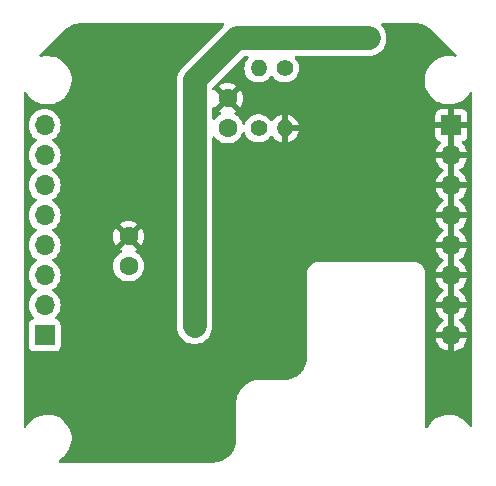
<source format=gbr>
%TF.GenerationSoftware,KiCad,Pcbnew,7.0.11*%
%TF.CreationDate,2025-01-11T05:46:01+09:00*%
%TF.ProjectId,VoltageBooster,566f6c74-6167-4654-926f-6f737465722e,rev?*%
%TF.SameCoordinates,Original*%
%TF.FileFunction,Copper,L2,Bot*%
%TF.FilePolarity,Positive*%
%FSLAX46Y46*%
G04 Gerber Fmt 4.6, Leading zero omitted, Abs format (unit mm)*
G04 Created by KiCad (PCBNEW 7.0.11) date 2025-01-11 05:46:01*
%MOMM*%
%LPD*%
G01*
G04 APERTURE LIST*
%TA.AperFunction,ComponentPad*%
%ADD10C,1.400000*%
%TD*%
%TA.AperFunction,ComponentPad*%
%ADD11O,1.400000X1.400000*%
%TD*%
%TA.AperFunction,ComponentPad*%
%ADD12R,1.700000X1.700000*%
%TD*%
%TA.AperFunction,ComponentPad*%
%ADD13O,1.700000X1.700000*%
%TD*%
%TA.AperFunction,ComponentPad*%
%ADD14C,1.600000*%
%TD*%
%TA.AperFunction,ViaPad*%
%ADD15C,0.800000*%
%TD*%
%TA.AperFunction,Conductor*%
%ADD16C,2.000000*%
%TD*%
G04 APERTURE END LIST*
D10*
%TO.P,R2,1*%
%TO.N,Net-(VR1-FB)*%
X155448000Y-85344000D03*
D11*
%TO.P,R2,2*%
%TO.N,GND*%
X155448000Y-90424000D03*
%TD*%
D12*
%TO.P,J2,1,Pin_1*%
%TO.N,+12V*%
X135128000Y-107950000D03*
D13*
%TO.P,J2,2,Pin_2*%
X135128000Y-105410000D03*
%TO.P,J2,3,Pin_3*%
X135128000Y-102870000D03*
%TO.P,J2,4,Pin_4*%
X135128000Y-100330000D03*
%TO.P,J2,5,Pin_5*%
%TO.N,unconnected-(J2-Pin_5-Pad5)*%
X135128000Y-97790000D03*
%TO.P,J2,6,Pin_6*%
%TO.N,+48V*%
X135128000Y-95250000D03*
%TO.P,J2,7,Pin_7*%
X135128000Y-92710000D03*
%TO.P,J2,8,Pin_8*%
X135128000Y-90170000D03*
%TD*%
D14*
%TO.P,C3,1*%
%TO.N,+48V*%
X150622000Y-90404000D03*
%TO.P,C3,2*%
%TO.N,GND*%
X150622000Y-87904000D03*
%TD*%
D12*
%TO.P,J1,1,Pin_1*%
%TO.N,GND*%
X169570000Y-90170000D03*
D13*
%TO.P,J1,2,Pin_2*%
X169570000Y-92710000D03*
%TO.P,J1,3,Pin_3*%
X169570000Y-95250000D03*
%TO.P,J1,4,Pin_4*%
X169570000Y-97790000D03*
%TO.P,J1,5,Pin_5*%
X169570000Y-100330000D03*
%TO.P,J1,6,Pin_6*%
X169570000Y-102870000D03*
%TO.P,J1,7,Pin_7*%
X169570000Y-105410000D03*
%TO.P,J1,8,Pin_8*%
X169570000Y-107950000D03*
%TD*%
D14*
%TO.P,C2,1*%
%TO.N,+12V*%
X142240000Y-102088000D03*
%TO.P,C2,2*%
%TO.N,GND*%
X142240000Y-99588000D03*
%TD*%
D10*
%TO.P,R1,1*%
%TO.N,+48V*%
X153238000Y-90429000D03*
D11*
%TO.P,R1,2*%
%TO.N,Net-(VR1-FB)*%
X153238000Y-85349000D03*
%TD*%
D15*
%TO.N,GND*%
X147066000Y-112522000D03*
X141986000Y-112522000D03*
X169310000Y-111980000D03*
X170670000Y-110020000D03*
X170760000Y-114310000D03*
X167890000Y-114290000D03*
X167900000Y-109260000D03*
X167770000Y-102190000D03*
X164230000Y-84090000D03*
X164460000Y-82140000D03*
X168630000Y-83710000D03*
X170860000Y-88460000D03*
X167790000Y-88670000D03*
X167560000Y-90700000D03*
X164440000Y-90710000D03*
X157820000Y-87990000D03*
X157260000Y-90440000D03*
X161130000Y-90730000D03*
X155420000Y-87820000D03*
X153210000Y-87810000D03*
X151340000Y-86000000D03*
X143530000Y-83230000D03*
X140890000Y-86760000D03*
X137710000Y-88100000D03*
X137970000Y-82930000D03*
X148990000Y-82210000D03*
X145780000Y-88030000D03*
X145000000Y-99320000D03*
X140180000Y-99430000D03*
X137200000Y-98610000D03*
X145542000Y-109728000D03*
X150114000Y-109590000D03*
X149880000Y-98540000D03*
X151420000Y-104570000D03*
X151560000Y-99780000D03*
X155370000Y-109760000D03*
X150622000Y-114554000D03*
X138040000Y-118030000D03*
X141900000Y-109590000D03*
X138030000Y-109690000D03*
X133940000Y-110310000D03*
%TO.N,+12V*%
X161074000Y-82804000D03*
X162560000Y-82804000D03*
X147828000Y-105410000D03*
X147828000Y-103886000D03*
X147828000Y-102362000D03*
X147828000Y-107188000D03*
X159512000Y-82804000D03*
%TD*%
D16*
%TO.N,+12V*%
X161074000Y-82804000D02*
X162560000Y-82804000D01*
X161074000Y-82804000D02*
X157988000Y-82804000D01*
X157988000Y-82804000D02*
X159512000Y-82804000D01*
X151384000Y-82804000D02*
X157988000Y-82804000D01*
X147828000Y-102362000D02*
X147828000Y-86360000D01*
X147828000Y-86360000D02*
X151384000Y-82804000D01*
X147828000Y-107188000D02*
X147828000Y-102362000D01*
%TD*%
%TA.AperFunction,Conductor*%
%TO.N,GND*%
G36*
X169820000Y-107514498D02*
G01*
X169712315Y-107465320D01*
X169605763Y-107450000D01*
X169534237Y-107450000D01*
X169427685Y-107465320D01*
X169320000Y-107514498D01*
X169320000Y-105845501D01*
X169427685Y-105894680D01*
X169534237Y-105910000D01*
X169605763Y-105910000D01*
X169712315Y-105894680D01*
X169820000Y-105845501D01*
X169820000Y-107514498D01*
G37*
%TD.AperFunction*%
%TA.AperFunction,Conductor*%
G36*
X169820000Y-104974498D02*
G01*
X169712315Y-104925320D01*
X169605763Y-104910000D01*
X169534237Y-104910000D01*
X169427685Y-104925320D01*
X169320000Y-104974498D01*
X169320000Y-103305501D01*
X169427685Y-103354680D01*
X169534237Y-103370000D01*
X169605763Y-103370000D01*
X169712315Y-103354680D01*
X169820000Y-103305501D01*
X169820000Y-104974498D01*
G37*
%TD.AperFunction*%
%TA.AperFunction,Conductor*%
G36*
X169820000Y-102434498D02*
G01*
X169712315Y-102385320D01*
X169605763Y-102370000D01*
X169534237Y-102370000D01*
X169427685Y-102385320D01*
X169320000Y-102434498D01*
X169320000Y-100765501D01*
X169427685Y-100814680D01*
X169534237Y-100830000D01*
X169605763Y-100830000D01*
X169712315Y-100814680D01*
X169820000Y-100765501D01*
X169820000Y-102434498D01*
G37*
%TD.AperFunction*%
%TA.AperFunction,Conductor*%
G36*
X169820000Y-99894498D02*
G01*
X169712315Y-99845320D01*
X169605763Y-99830000D01*
X169534237Y-99830000D01*
X169427685Y-99845320D01*
X169320000Y-99894498D01*
X169320000Y-98225501D01*
X169427685Y-98274680D01*
X169534237Y-98290000D01*
X169605763Y-98290000D01*
X169712315Y-98274680D01*
X169820000Y-98225501D01*
X169820000Y-99894498D01*
G37*
%TD.AperFunction*%
%TA.AperFunction,Conductor*%
G36*
X169820000Y-97354498D02*
G01*
X169712315Y-97305320D01*
X169605763Y-97290000D01*
X169534237Y-97290000D01*
X169427685Y-97305320D01*
X169320000Y-97354498D01*
X169320000Y-95685501D01*
X169427685Y-95734680D01*
X169534237Y-95750000D01*
X169605763Y-95750000D01*
X169712315Y-95734680D01*
X169820000Y-95685501D01*
X169820000Y-97354498D01*
G37*
%TD.AperFunction*%
%TA.AperFunction,Conductor*%
G36*
X169820000Y-94814498D02*
G01*
X169712315Y-94765320D01*
X169605763Y-94750000D01*
X169534237Y-94750000D01*
X169427685Y-94765320D01*
X169320000Y-94814498D01*
X169320000Y-93145501D01*
X169427685Y-93194680D01*
X169534237Y-93210000D01*
X169605763Y-93210000D01*
X169712315Y-93194680D01*
X169820000Y-93145501D01*
X169820000Y-94814498D01*
G37*
%TD.AperFunction*%
%TA.AperFunction,Conductor*%
G36*
X169820000Y-92274498D02*
G01*
X169712315Y-92225320D01*
X169605763Y-92210000D01*
X169534237Y-92210000D01*
X169427685Y-92225320D01*
X169320000Y-92274498D01*
X169320000Y-90605501D01*
X169427685Y-90654680D01*
X169534237Y-90670000D01*
X169605763Y-90670000D01*
X169712315Y-90654680D01*
X169820000Y-90605501D01*
X169820000Y-92274498D01*
G37*
%TD.AperFunction*%
%TA.AperFunction,Conductor*%
G36*
X150299459Y-81551758D02*
G01*
X150345214Y-81604562D01*
X150355158Y-81673720D01*
X150326133Y-81737276D01*
X150316404Y-81747301D01*
X150276267Y-81784250D01*
X150276255Y-81784263D01*
X150261833Y-81802792D01*
X150251664Y-81814307D01*
X146838306Y-85227664D01*
X146826794Y-85237832D01*
X146808255Y-85252262D01*
X146746776Y-85319045D01*
X146743231Y-85322739D01*
X146723104Y-85342865D01*
X146723094Y-85342877D01*
X146704689Y-85364608D01*
X146701298Y-85368448D01*
X146639838Y-85435211D01*
X146639835Y-85435214D01*
X146626994Y-85454870D01*
X146617813Y-85467183D01*
X146602635Y-85485104D01*
X146556174Y-85563074D01*
X146553462Y-85567417D01*
X146503829Y-85643389D01*
X146503824Y-85643397D01*
X146494397Y-85664889D01*
X146487367Y-85678546D01*
X146475348Y-85698716D01*
X146475343Y-85698726D01*
X146442347Y-85783288D01*
X146440386Y-85788021D01*
X146403937Y-85871118D01*
X146403935Y-85871123D01*
X146398169Y-85893890D01*
X146393484Y-85908515D01*
X146384953Y-85930379D01*
X146384948Y-85930395D01*
X146366324Y-86019211D01*
X146365170Y-86024201D01*
X146342892Y-86112175D01*
X146342890Y-86112186D01*
X146340952Y-86135577D01*
X146338737Y-86150778D01*
X146333920Y-86173750D01*
X146333919Y-86173763D01*
X146330168Y-86264440D01*
X146329851Y-86269550D01*
X146327500Y-86297934D01*
X146327500Y-86326402D01*
X146327394Y-86331526D01*
X146323642Y-86422219D01*
X146326548Y-86445526D01*
X146327500Y-86460863D01*
X146327500Y-107250077D01*
X146342890Y-107435813D01*
X146342892Y-107435824D01*
X146403936Y-107676881D01*
X146503826Y-107904606D01*
X146639833Y-108112782D01*
X146639836Y-108112785D01*
X146808256Y-108295738D01*
X147004491Y-108448474D01*
X147223190Y-108566828D01*
X147458386Y-108647571D01*
X147703665Y-108688500D01*
X147952335Y-108688500D01*
X148197614Y-108647571D01*
X148432810Y-108566828D01*
X148651509Y-108448474D01*
X148847744Y-108295738D01*
X149016164Y-108112785D01*
X149152173Y-107904607D01*
X149252063Y-107676881D01*
X149313108Y-107435821D01*
X149328500Y-107250067D01*
X149328500Y-102299933D01*
X149328500Y-91217321D01*
X149348185Y-91150282D01*
X149400989Y-91104527D01*
X149470147Y-91094583D01*
X149533703Y-91123608D01*
X149554074Y-91146196D01*
X149576843Y-91178715D01*
X149621954Y-91243141D01*
X149782858Y-91404045D01*
X149782861Y-91404047D01*
X149969266Y-91534568D01*
X150175504Y-91630739D01*
X150395308Y-91689635D01*
X150557230Y-91703801D01*
X150621998Y-91709468D01*
X150622000Y-91709468D01*
X150622002Y-91709468D01*
X150678673Y-91704509D01*
X150848692Y-91689635D01*
X151068496Y-91630739D01*
X151274734Y-91534568D01*
X151461139Y-91404047D01*
X151622047Y-91243139D01*
X151752568Y-91056734D01*
X151848739Y-90850496D01*
X151849453Y-90847834D01*
X151859154Y-90811627D01*
X151895518Y-90751966D01*
X151958365Y-90721436D01*
X152027740Y-90729730D01*
X152081619Y-90774215D01*
X152098195Y-90809784D01*
X152113770Y-90864525D01*
X152113775Y-90864538D01*
X152212938Y-91063683D01*
X152212943Y-91063691D01*
X152347020Y-91241238D01*
X152511437Y-91391123D01*
X152511439Y-91391125D01*
X152700595Y-91508245D01*
X152700596Y-91508245D01*
X152700599Y-91508247D01*
X152908060Y-91588618D01*
X153126757Y-91629500D01*
X153126759Y-91629500D01*
X153349241Y-91629500D01*
X153349243Y-91629500D01*
X153567940Y-91588618D01*
X153775401Y-91508247D01*
X153964562Y-91391124D01*
X154128981Y-91241236D01*
X154246248Y-91085948D01*
X154302354Y-91044315D01*
X154372066Y-91039622D01*
X154433248Y-91073364D01*
X154444154Y-91085950D01*
X154557391Y-91235900D01*
X154721738Y-91385721D01*
X154910820Y-91502797D01*
X154910822Y-91502798D01*
X155118195Y-91583135D01*
X155198000Y-91598052D01*
X155198000Y-90672938D01*
X155279115Y-90736072D01*
X155389595Y-90774000D01*
X155477005Y-90774000D01*
X155563216Y-90759614D01*
X155665947Y-90704019D01*
X155693581Y-90674000D01*
X155698000Y-90674000D01*
X155698000Y-91598052D01*
X155777804Y-91583135D01*
X155985177Y-91502798D01*
X155985179Y-91502797D01*
X156174261Y-91385721D01*
X156338608Y-91235900D01*
X156465518Y-91067844D01*
X168220000Y-91067844D01*
X168226401Y-91127372D01*
X168226403Y-91127379D01*
X168276645Y-91262086D01*
X168276649Y-91262093D01*
X168362809Y-91377187D01*
X168362812Y-91377190D01*
X168477906Y-91463350D01*
X168477913Y-91463354D01*
X168609986Y-91512614D01*
X168665920Y-91554485D01*
X168690337Y-91619949D01*
X168675486Y-91688222D01*
X168654335Y-91716477D01*
X168531886Y-91838926D01*
X168396400Y-92032420D01*
X168396399Y-92032422D01*
X168296570Y-92246507D01*
X168296567Y-92246513D01*
X168239364Y-92459999D01*
X168239364Y-92460000D01*
X169136314Y-92460000D01*
X169110507Y-92500156D01*
X169070000Y-92638111D01*
X169070000Y-92781889D01*
X169110507Y-92919844D01*
X169136314Y-92960000D01*
X168239364Y-92960000D01*
X168296567Y-93173486D01*
X168296570Y-93173492D01*
X168396399Y-93387578D01*
X168531894Y-93581082D01*
X168698917Y-93748105D01*
X168885031Y-93878425D01*
X168928656Y-93933003D01*
X168935848Y-94002501D01*
X168904326Y-94064856D01*
X168885031Y-94081575D01*
X168698922Y-94211890D01*
X168698920Y-94211891D01*
X168531891Y-94378920D01*
X168531886Y-94378926D01*
X168396400Y-94572420D01*
X168396399Y-94572422D01*
X168296570Y-94786507D01*
X168296567Y-94786513D01*
X168239364Y-94999999D01*
X168239364Y-95000000D01*
X169136314Y-95000000D01*
X169110507Y-95040156D01*
X169070000Y-95178111D01*
X169070000Y-95321889D01*
X169110507Y-95459844D01*
X169136314Y-95500000D01*
X168239364Y-95500000D01*
X168296567Y-95713486D01*
X168296570Y-95713492D01*
X168396399Y-95927578D01*
X168531894Y-96121082D01*
X168698917Y-96288105D01*
X168885031Y-96418425D01*
X168928656Y-96473003D01*
X168935848Y-96542501D01*
X168904326Y-96604856D01*
X168885031Y-96621575D01*
X168698922Y-96751890D01*
X168698920Y-96751891D01*
X168531891Y-96918920D01*
X168531886Y-96918926D01*
X168396400Y-97112420D01*
X168396399Y-97112422D01*
X168296570Y-97326507D01*
X168296567Y-97326513D01*
X168239364Y-97539999D01*
X168239364Y-97540000D01*
X169136314Y-97540000D01*
X169110507Y-97580156D01*
X169070000Y-97718111D01*
X169070000Y-97861889D01*
X169110507Y-97999844D01*
X169136314Y-98040000D01*
X168239364Y-98040000D01*
X168296567Y-98253486D01*
X168296570Y-98253492D01*
X168396399Y-98467578D01*
X168531894Y-98661082D01*
X168698917Y-98828105D01*
X168885031Y-98958425D01*
X168928656Y-99013003D01*
X168935848Y-99082501D01*
X168904326Y-99144856D01*
X168885031Y-99161575D01*
X168698922Y-99291890D01*
X168698920Y-99291891D01*
X168531891Y-99458920D01*
X168531886Y-99458926D01*
X168396400Y-99652420D01*
X168396399Y-99652422D01*
X168296570Y-99866507D01*
X168296567Y-99866513D01*
X168239364Y-100079999D01*
X168239364Y-100080000D01*
X169136314Y-100080000D01*
X169110507Y-100120156D01*
X169070000Y-100258111D01*
X169070000Y-100401889D01*
X169110507Y-100539844D01*
X169136314Y-100580000D01*
X168239364Y-100580000D01*
X168296567Y-100793486D01*
X168296570Y-100793492D01*
X168396399Y-101007578D01*
X168531894Y-101201082D01*
X168698917Y-101368105D01*
X168885031Y-101498425D01*
X168928656Y-101553003D01*
X168935848Y-101622501D01*
X168904326Y-101684856D01*
X168885031Y-101701575D01*
X168698922Y-101831890D01*
X168698920Y-101831891D01*
X168531891Y-101998920D01*
X168531886Y-101998926D01*
X168396400Y-102192420D01*
X168396399Y-102192422D01*
X168296570Y-102406507D01*
X168296567Y-102406513D01*
X168239364Y-102619999D01*
X168239364Y-102620000D01*
X169136314Y-102620000D01*
X169110507Y-102660156D01*
X169070000Y-102798111D01*
X169070000Y-102941889D01*
X169110507Y-103079844D01*
X169136314Y-103120000D01*
X168239364Y-103120000D01*
X168296567Y-103333486D01*
X168296570Y-103333492D01*
X168396399Y-103547578D01*
X168531894Y-103741082D01*
X168698917Y-103908105D01*
X168885031Y-104038425D01*
X168928656Y-104093003D01*
X168935848Y-104162501D01*
X168904326Y-104224856D01*
X168885031Y-104241575D01*
X168698922Y-104371890D01*
X168698920Y-104371891D01*
X168531891Y-104538920D01*
X168531886Y-104538926D01*
X168396400Y-104732420D01*
X168396399Y-104732422D01*
X168296570Y-104946507D01*
X168296567Y-104946513D01*
X168239364Y-105159999D01*
X168239364Y-105160000D01*
X169136314Y-105160000D01*
X169110507Y-105200156D01*
X169070000Y-105338111D01*
X169070000Y-105481889D01*
X169110507Y-105619844D01*
X169136314Y-105660000D01*
X168239364Y-105660000D01*
X168296567Y-105873486D01*
X168296570Y-105873492D01*
X168396399Y-106087578D01*
X168531894Y-106281082D01*
X168698917Y-106448105D01*
X168885031Y-106578425D01*
X168928656Y-106633003D01*
X168935848Y-106702501D01*
X168904326Y-106764856D01*
X168885031Y-106781575D01*
X168698922Y-106911890D01*
X168698920Y-106911891D01*
X168531891Y-107078920D01*
X168531886Y-107078926D01*
X168396400Y-107272420D01*
X168396399Y-107272422D01*
X168296570Y-107486507D01*
X168296567Y-107486513D01*
X168239364Y-107699999D01*
X168239364Y-107700000D01*
X169136314Y-107700000D01*
X169110507Y-107740156D01*
X169070000Y-107878111D01*
X169070000Y-108021889D01*
X169110507Y-108159844D01*
X169136314Y-108200000D01*
X168239364Y-108200000D01*
X168296567Y-108413486D01*
X168296570Y-108413492D01*
X168396399Y-108627578D01*
X168531894Y-108821082D01*
X168698917Y-108988105D01*
X168892421Y-109123600D01*
X169106507Y-109223429D01*
X169106516Y-109223433D01*
X169320000Y-109280634D01*
X169320000Y-108385501D01*
X169427685Y-108434680D01*
X169534237Y-108450000D01*
X169605763Y-108450000D01*
X169712315Y-108434680D01*
X169820000Y-108385501D01*
X169820000Y-109280633D01*
X170033483Y-109223433D01*
X170033492Y-109223429D01*
X170247578Y-109123600D01*
X170441082Y-108988105D01*
X170608105Y-108821082D01*
X170743600Y-108627578D01*
X170843429Y-108413492D01*
X170843432Y-108413486D01*
X170900636Y-108200000D01*
X170003686Y-108200000D01*
X170029493Y-108159844D01*
X170070000Y-108021889D01*
X170070000Y-107878111D01*
X170029493Y-107740156D01*
X170003686Y-107700000D01*
X170900636Y-107700000D01*
X170900635Y-107699999D01*
X170843432Y-107486513D01*
X170843429Y-107486507D01*
X170743600Y-107272422D01*
X170743599Y-107272420D01*
X170608113Y-107078926D01*
X170608108Y-107078920D01*
X170441082Y-106911894D01*
X170254968Y-106781575D01*
X170211344Y-106726998D01*
X170204151Y-106657499D01*
X170235673Y-106595145D01*
X170254968Y-106578425D01*
X170441082Y-106448105D01*
X170608105Y-106281082D01*
X170743600Y-106087578D01*
X170843429Y-105873492D01*
X170843432Y-105873486D01*
X170900636Y-105660000D01*
X170003686Y-105660000D01*
X170029493Y-105619844D01*
X170070000Y-105481889D01*
X170070000Y-105338111D01*
X170029493Y-105200156D01*
X170003686Y-105160000D01*
X170900636Y-105160000D01*
X170900635Y-105159999D01*
X170843432Y-104946513D01*
X170843429Y-104946507D01*
X170743600Y-104732422D01*
X170743599Y-104732420D01*
X170608113Y-104538926D01*
X170608108Y-104538920D01*
X170441082Y-104371894D01*
X170254968Y-104241575D01*
X170211344Y-104186998D01*
X170204151Y-104117499D01*
X170235673Y-104055145D01*
X170254968Y-104038425D01*
X170441082Y-103908105D01*
X170608105Y-103741082D01*
X170743600Y-103547578D01*
X170843429Y-103333492D01*
X170843432Y-103333486D01*
X170900636Y-103120000D01*
X170003686Y-103120000D01*
X170029493Y-103079844D01*
X170070000Y-102941889D01*
X170070000Y-102798111D01*
X170029493Y-102660156D01*
X170003686Y-102620000D01*
X170900636Y-102620000D01*
X170900635Y-102619999D01*
X170843432Y-102406513D01*
X170843429Y-102406507D01*
X170743600Y-102192422D01*
X170743599Y-102192420D01*
X170608113Y-101998926D01*
X170608108Y-101998920D01*
X170441082Y-101831894D01*
X170254968Y-101701575D01*
X170211344Y-101646998D01*
X170204151Y-101577499D01*
X170235673Y-101515145D01*
X170254968Y-101498425D01*
X170441082Y-101368105D01*
X170608105Y-101201082D01*
X170743600Y-101007578D01*
X170843429Y-100793492D01*
X170843432Y-100793486D01*
X170900636Y-100580000D01*
X170003686Y-100580000D01*
X170029493Y-100539844D01*
X170070000Y-100401889D01*
X170070000Y-100258111D01*
X170029493Y-100120156D01*
X170003686Y-100080000D01*
X170900636Y-100080000D01*
X170900635Y-100079999D01*
X170843432Y-99866513D01*
X170843429Y-99866507D01*
X170743600Y-99652422D01*
X170743599Y-99652420D01*
X170608113Y-99458926D01*
X170608108Y-99458920D01*
X170441082Y-99291894D01*
X170254968Y-99161575D01*
X170211344Y-99106998D01*
X170204151Y-99037499D01*
X170235673Y-98975145D01*
X170254968Y-98958425D01*
X170441082Y-98828105D01*
X170608105Y-98661082D01*
X170743600Y-98467578D01*
X170843429Y-98253492D01*
X170843432Y-98253486D01*
X170900636Y-98040000D01*
X170003686Y-98040000D01*
X170029493Y-97999844D01*
X170070000Y-97861889D01*
X170070000Y-97718111D01*
X170029493Y-97580156D01*
X170003686Y-97540000D01*
X170900636Y-97540000D01*
X170900635Y-97539999D01*
X170843432Y-97326513D01*
X170843429Y-97326507D01*
X170743600Y-97112422D01*
X170743599Y-97112420D01*
X170608113Y-96918926D01*
X170608108Y-96918920D01*
X170441082Y-96751894D01*
X170254968Y-96621575D01*
X170211344Y-96566998D01*
X170204151Y-96497499D01*
X170235673Y-96435145D01*
X170254968Y-96418425D01*
X170441082Y-96288105D01*
X170608105Y-96121082D01*
X170743600Y-95927578D01*
X170843429Y-95713492D01*
X170843432Y-95713486D01*
X170900636Y-95500000D01*
X170003686Y-95500000D01*
X170029493Y-95459844D01*
X170070000Y-95321889D01*
X170070000Y-95178111D01*
X170029493Y-95040156D01*
X170003686Y-95000000D01*
X170900636Y-95000000D01*
X170900635Y-94999999D01*
X170843432Y-94786513D01*
X170843429Y-94786507D01*
X170743600Y-94572422D01*
X170743599Y-94572420D01*
X170608113Y-94378926D01*
X170608108Y-94378920D01*
X170441082Y-94211894D01*
X170254968Y-94081575D01*
X170211344Y-94026998D01*
X170204151Y-93957499D01*
X170235673Y-93895145D01*
X170254968Y-93878425D01*
X170441082Y-93748105D01*
X170608105Y-93581082D01*
X170743600Y-93387578D01*
X170843429Y-93173492D01*
X170843432Y-93173486D01*
X170900636Y-92960000D01*
X170003686Y-92960000D01*
X170029493Y-92919844D01*
X170070000Y-92781889D01*
X170070000Y-92638111D01*
X170029493Y-92500156D01*
X170003686Y-92460000D01*
X170900636Y-92460000D01*
X170900635Y-92459999D01*
X170843432Y-92246513D01*
X170843429Y-92246507D01*
X170743600Y-92032422D01*
X170743599Y-92032420D01*
X170608113Y-91838926D01*
X170608108Y-91838920D01*
X170485665Y-91716477D01*
X170452180Y-91655154D01*
X170457164Y-91585462D01*
X170499036Y-91529529D01*
X170530013Y-91512614D01*
X170662086Y-91463354D01*
X170662093Y-91463350D01*
X170777187Y-91377190D01*
X170777190Y-91377187D01*
X170863350Y-91262093D01*
X170863354Y-91262086D01*
X170913596Y-91127379D01*
X170913598Y-91127372D01*
X170919999Y-91067844D01*
X170920000Y-91067827D01*
X170920000Y-90420000D01*
X170003686Y-90420000D01*
X170029493Y-90379844D01*
X170070000Y-90241889D01*
X170070000Y-90098111D01*
X170029493Y-89960156D01*
X170003686Y-89920000D01*
X170920000Y-89920000D01*
X170920000Y-89272172D01*
X170919999Y-89272155D01*
X170913598Y-89212627D01*
X170913596Y-89212620D01*
X170863354Y-89077913D01*
X170863350Y-89077906D01*
X170777190Y-88962812D01*
X170777187Y-88962809D01*
X170662093Y-88876649D01*
X170662086Y-88876645D01*
X170527379Y-88826403D01*
X170527372Y-88826401D01*
X170467844Y-88820000D01*
X169820000Y-88820000D01*
X169820000Y-89734498D01*
X169712315Y-89685320D01*
X169605763Y-89670000D01*
X169534237Y-89670000D01*
X169427685Y-89685320D01*
X169320000Y-89734498D01*
X169320000Y-88820000D01*
X168672155Y-88820000D01*
X168612627Y-88826401D01*
X168612620Y-88826403D01*
X168477913Y-88876645D01*
X168477906Y-88876649D01*
X168362812Y-88962809D01*
X168362809Y-88962812D01*
X168276649Y-89077906D01*
X168276645Y-89077913D01*
X168226403Y-89212620D01*
X168226401Y-89212627D01*
X168220000Y-89272155D01*
X168220000Y-89920000D01*
X169136314Y-89920000D01*
X169110507Y-89960156D01*
X169070000Y-90098111D01*
X169070000Y-90241889D01*
X169110507Y-90379844D01*
X169136314Y-90420000D01*
X168220000Y-90420000D01*
X168220000Y-91067844D01*
X156465518Y-91067844D01*
X156472631Y-91058425D01*
X156571760Y-90859349D01*
X156624495Y-90674000D01*
X155698000Y-90674000D01*
X155693581Y-90674000D01*
X155745060Y-90618079D01*
X155791982Y-90511108D01*
X155801628Y-90394698D01*
X155772953Y-90281462D01*
X155709064Y-90183673D01*
X155616885Y-90111928D01*
X155506405Y-90074000D01*
X155418995Y-90074000D01*
X155332784Y-90088386D01*
X155230053Y-90143981D01*
X155198000Y-90178799D01*
X155198000Y-89249946D01*
X155698000Y-89249946D01*
X155698000Y-90174000D01*
X156624495Y-90174000D01*
X156571760Y-89988650D01*
X156472631Y-89789574D01*
X156338608Y-89612099D01*
X156174261Y-89462278D01*
X155985179Y-89345202D01*
X155985177Y-89345201D01*
X155777799Y-89264864D01*
X155698000Y-89249946D01*
X155198000Y-89249946D01*
X155118200Y-89264864D01*
X154910822Y-89345201D01*
X154910820Y-89345202D01*
X154721738Y-89462278D01*
X154557391Y-89612100D01*
X154440378Y-89767049D01*
X154384268Y-89808685D01*
X154314556Y-89813376D01*
X154253375Y-89779634D01*
X154242470Y-89767048D01*
X154128982Y-89616765D01*
X154128980Y-89616762D01*
X153964562Y-89466876D01*
X153964560Y-89466874D01*
X153775404Y-89349754D01*
X153775398Y-89349752D01*
X153567940Y-89269382D01*
X153349243Y-89228500D01*
X153126757Y-89228500D01*
X152908060Y-89269382D01*
X152776864Y-89320207D01*
X152700601Y-89349752D01*
X152700595Y-89349754D01*
X152511439Y-89466874D01*
X152511437Y-89466876D01*
X152347020Y-89616761D01*
X152212943Y-89794308D01*
X152212938Y-89794316D01*
X152113775Y-89993461D01*
X152113770Y-89993474D01*
X152105095Y-90023966D01*
X152067816Y-90083059D01*
X152004506Y-90112616D01*
X151935266Y-90103254D01*
X151882080Y-90057944D01*
X151866054Y-90022124D01*
X151848741Y-89957511D01*
X151848738Y-89957502D01*
X151831250Y-89920000D01*
X151752568Y-89751266D01*
X151622047Y-89564861D01*
X151622045Y-89564858D01*
X151461141Y-89403954D01*
X151274734Y-89273432D01*
X151274730Y-89273430D01*
X151259022Y-89266105D01*
X151206583Y-89219931D01*
X151187433Y-89152737D01*
X151207650Y-89085857D01*
X151259028Y-89041340D01*
X151274481Y-89034134D01*
X151347471Y-88983024D01*
X150666400Y-88301953D01*
X150747148Y-88289165D01*
X150860045Y-88231641D01*
X150949641Y-88142045D01*
X151007165Y-88029148D01*
X151019953Y-87948400D01*
X151701024Y-88629471D01*
X151752136Y-88556478D01*
X151848264Y-88350331D01*
X151848269Y-88350317D01*
X151907139Y-88130610D01*
X151907141Y-88130599D01*
X151926966Y-87904002D01*
X151926966Y-87903997D01*
X151907141Y-87677400D01*
X151907139Y-87677389D01*
X151848269Y-87457682D01*
X151848264Y-87457668D01*
X151752136Y-87251521D01*
X151752132Y-87251513D01*
X151701025Y-87178526D01*
X151019953Y-87859598D01*
X151007165Y-87778852D01*
X150949641Y-87665955D01*
X150860045Y-87576359D01*
X150747148Y-87518835D01*
X150666401Y-87506046D01*
X151347472Y-86824974D01*
X151274478Y-86773863D01*
X151068331Y-86677735D01*
X151068317Y-86677730D01*
X150848610Y-86618860D01*
X150848599Y-86618858D01*
X150622002Y-86599034D01*
X150621998Y-86599034D01*
X150395400Y-86618858D01*
X150395389Y-86618860D01*
X150175682Y-86677730D01*
X150175673Y-86677734D01*
X149969516Y-86773866D01*
X149969512Y-86773868D01*
X149896526Y-86824973D01*
X149896526Y-86824974D01*
X150577599Y-87506046D01*
X150496852Y-87518835D01*
X150383955Y-87576359D01*
X150294359Y-87665955D01*
X150236835Y-87778852D01*
X150224046Y-87859598D01*
X149542974Y-87178526D01*
X149533165Y-87179384D01*
X149499497Y-87206297D01*
X149429998Y-87213489D01*
X149367644Y-87181966D01*
X149332231Y-87121736D01*
X149328500Y-87091548D01*
X149328500Y-87032889D01*
X149348185Y-86965850D01*
X149364819Y-86945208D01*
X151969208Y-84340819D01*
X152030531Y-84307334D01*
X152056889Y-84304500D01*
X152281719Y-84304500D01*
X152348758Y-84324185D01*
X152394513Y-84376989D01*
X152404457Y-84446147D01*
X152375432Y-84509703D01*
X152365258Y-84520136D01*
X152347021Y-84536761D01*
X152212943Y-84714308D01*
X152212938Y-84714316D01*
X152113775Y-84913461D01*
X152113769Y-84913476D01*
X152052885Y-85127462D01*
X152052884Y-85127464D01*
X152032357Y-85348999D01*
X152032357Y-85349000D01*
X152052884Y-85570535D01*
X152052885Y-85570537D01*
X152113769Y-85784523D01*
X152113775Y-85784538D01*
X152212938Y-85983683D01*
X152212943Y-85983691D01*
X152347020Y-86161238D01*
X152511437Y-86311123D01*
X152511439Y-86311125D01*
X152700595Y-86428245D01*
X152700596Y-86428245D01*
X152700599Y-86428247D01*
X152908060Y-86508618D01*
X153126757Y-86549500D01*
X153126759Y-86549500D01*
X153349241Y-86549500D01*
X153349243Y-86549500D01*
X153567940Y-86508618D01*
X153775401Y-86428247D01*
X153964562Y-86311124D01*
X154128981Y-86161236D01*
X154245933Y-86006365D01*
X154302041Y-85964729D01*
X154371753Y-85960037D01*
X154432935Y-85993779D01*
X154443841Y-86006365D01*
X154557020Y-86156238D01*
X154721437Y-86306123D01*
X154721439Y-86306125D01*
X154910595Y-86423245D01*
X154910596Y-86423245D01*
X154910599Y-86423247D01*
X155118060Y-86503618D01*
X155336757Y-86544500D01*
X155336759Y-86544500D01*
X155559241Y-86544500D01*
X155559243Y-86544500D01*
X155777940Y-86503618D01*
X155985401Y-86423247D01*
X156174562Y-86306124D01*
X156333496Y-86161236D01*
X156338979Y-86156238D01*
X156343103Y-86150778D01*
X156473058Y-85978689D01*
X156572229Y-85779528D01*
X156633115Y-85565536D01*
X156653643Y-85344000D01*
X156651504Y-85320921D01*
X156633115Y-85122464D01*
X156633114Y-85122462D01*
X156625160Y-85094507D01*
X156572229Y-84908472D01*
X156558745Y-84881392D01*
X156473061Y-84709316D01*
X156473056Y-84709308D01*
X156403220Y-84616831D01*
X156338981Y-84531764D01*
X156326228Y-84520138D01*
X156289946Y-84460427D01*
X156291705Y-84390580D01*
X156330948Y-84332772D01*
X156395215Y-84305357D01*
X156409765Y-84304500D01*
X162622063Y-84304500D01*
X162622067Y-84304500D01*
X162684677Y-84299311D01*
X162807813Y-84289109D01*
X162807816Y-84289108D01*
X162807821Y-84289108D01*
X163048881Y-84228063D01*
X163276607Y-84128173D01*
X163484785Y-83992164D01*
X163667738Y-83823744D01*
X163820474Y-83627509D01*
X163938828Y-83408810D01*
X164019571Y-83173614D01*
X164060500Y-82928335D01*
X164060500Y-82679665D01*
X164019571Y-82434386D01*
X163938828Y-82199190D01*
X163820474Y-81980491D01*
X163667738Y-81784256D01*
X163667734Y-81784252D01*
X163627596Y-81747302D01*
X163591605Y-81687415D01*
X163593706Y-81617577D01*
X163633230Y-81559961D01*
X163697630Y-81532860D01*
X163711579Y-81532073D01*
X166517815Y-81532073D01*
X166523836Y-81532220D01*
X166526530Y-81532352D01*
X166526798Y-81532366D01*
X166574540Y-81535046D01*
X166575126Y-81535082D01*
X166715243Y-81544264D01*
X166719236Y-81544591D01*
X166776578Y-81550238D01*
X166785167Y-81551390D01*
X166859544Y-81564026D01*
X166862824Y-81564630D01*
X166972967Y-81586537D01*
X166976884Y-81587383D01*
X167013789Y-81595988D01*
X167019902Y-81597580D01*
X167103236Y-81621587D01*
X167108720Y-81623306D01*
X167222982Y-81662091D01*
X167226752Y-81663440D01*
X167241358Y-81668937D01*
X167245088Y-81670411D01*
X167326020Y-81703933D01*
X167329703Y-81705530D01*
X167343882Y-81711954D01*
X167347528Y-81713678D01*
X167455719Y-81767029D01*
X167460851Y-81769710D01*
X167531697Y-81808864D01*
X167536748Y-81811655D01*
X167542206Y-81814857D01*
X167574380Y-81834863D01*
X167577743Y-81837032D01*
X167671074Y-81899391D01*
X167673938Y-81901364D01*
X167735344Y-81944932D01*
X167742262Y-81950215D01*
X167786852Y-81986814D01*
X167789948Y-81989441D01*
X167897016Y-82083353D01*
X167897874Y-82084113D01*
X167928575Y-82111548D01*
X167929152Y-82112066D01*
X167933689Y-82116179D01*
X167938075Y-82120356D01*
X168991335Y-83173616D01*
X169970768Y-84153048D01*
X170004253Y-84214371D01*
X169999269Y-84284063D01*
X169957397Y-84339996D01*
X169891933Y-84364413D01*
X169848909Y-84359926D01*
X169841833Y-84357897D01*
X169777364Y-84339411D01*
X169777360Y-84339410D01*
X169777355Y-84339409D01*
X169493389Y-84299500D01*
X169493385Y-84299500D01*
X169278396Y-84299500D01*
X169278383Y-84299500D01*
X169063925Y-84314497D01*
X169063921Y-84314497D01*
X168783427Y-84374119D01*
X168513954Y-84472199D01*
X168260752Y-84606827D01*
X168260745Y-84606832D01*
X168028753Y-84775383D01*
X168028746Y-84775389D01*
X167822459Y-84974599D01*
X167645907Y-85200574D01*
X167502525Y-85448920D01*
X167502519Y-85448932D01*
X167395097Y-85714811D01*
X167350448Y-85893890D01*
X167325721Y-85993065D01*
X167309145Y-86150778D01*
X167295744Y-86278274D01*
X167305752Y-86564855D01*
X167305753Y-86564862D01*
X167355549Y-86847269D01*
X167355550Y-86847273D01*
X167444168Y-87120010D01*
X167569874Y-87377745D01*
X167569877Y-87377749D01*
X167569879Y-87377753D01*
X167730238Y-87615496D01*
X167739242Y-87625496D01*
X167922120Y-87828603D01*
X167922127Y-87828610D01*
X168141797Y-88012936D01*
X168141801Y-88012939D01*
X168141803Y-88012940D01*
X168384998Y-88164905D01*
X168504823Y-88218255D01*
X168646962Y-88281540D01*
X168646967Y-88281541D01*
X168646975Y-88281545D01*
X168922636Y-88360589D01*
X168922641Y-88360589D01*
X168922646Y-88360591D01*
X169111955Y-88387196D01*
X169206610Y-88400499D01*
X169206612Y-88400500D01*
X169206615Y-88400500D01*
X169421592Y-88400500D01*
X169421604Y-88400500D01*
X169636071Y-88385503D01*
X169636076Y-88385502D01*
X169636078Y-88385502D01*
X169757663Y-88359657D01*
X169916575Y-88325880D01*
X170186050Y-88227799D01*
X170439253Y-88093169D01*
X170671254Y-87924610D01*
X170877539Y-87725403D01*
X171054093Y-87499425D01*
X171118113Y-87388537D01*
X171168679Y-87340323D01*
X171237286Y-87327099D01*
X171302151Y-87353067D01*
X171342680Y-87409981D01*
X171349500Y-87450538D01*
X171349500Y-115602252D01*
X171329815Y-115669291D01*
X171277011Y-115715046D01*
X171207853Y-115724990D01*
X171144297Y-115695965D01*
X171122699Y-115671592D01*
X171099219Y-115636782D01*
X170989762Y-115474504D01*
X170797875Y-115261392D01*
X170797872Y-115261389D01*
X170578202Y-115077063D01*
X170335006Y-114925097D01*
X170335004Y-114925096D01*
X170073037Y-114808459D01*
X170073027Y-114808456D01*
X170073025Y-114808455D01*
X169797364Y-114729411D01*
X169797362Y-114729410D01*
X169797353Y-114729408D01*
X169513389Y-114689500D01*
X169513385Y-114689500D01*
X169298396Y-114689500D01*
X169298383Y-114689500D01*
X169083925Y-114704497D01*
X169083921Y-114704497D01*
X168803427Y-114764119D01*
X168533954Y-114862199D01*
X168280752Y-114996827D01*
X168280745Y-114996832D01*
X168048753Y-115165383D01*
X168048746Y-115165389D01*
X167842459Y-115364599D01*
X167665907Y-115590574D01*
X167581887Y-115736102D01*
X167531320Y-115784318D01*
X167462713Y-115797541D01*
X167397848Y-115771573D01*
X167357320Y-115714658D01*
X167350500Y-115674102D01*
X167350500Y-102896418D01*
X167352351Y-102890110D01*
X167350537Y-102816195D01*
X167350500Y-102813151D01*
X167350500Y-102796561D01*
X167350533Y-102796445D01*
X167350531Y-102740734D01*
X167350529Y-102657635D01*
X167320125Y-102485228D01*
X167260244Y-102320721D01*
X167172707Y-102169110D01*
X167060174Y-102035003D01*
X166926064Y-101922474D01*
X166774450Y-101834942D01*
X166774440Y-101834937D01*
X166609944Y-101775067D01*
X166609941Y-101775066D01*
X166437537Y-101744668D01*
X166437533Y-101744668D01*
X166350099Y-101744668D01*
X166281970Y-101744668D01*
X166278923Y-101744631D01*
X166207187Y-101742867D01*
X166198662Y-101744668D01*
X158501242Y-101744668D01*
X158494934Y-101742816D01*
X158421024Y-101744631D01*
X158417980Y-101744668D01*
X158337959Y-101744668D01*
X158337632Y-101744700D01*
X158262466Y-101744700D01*
X158090065Y-101775098D01*
X158090064Y-101775098D01*
X157925572Y-101834966D01*
X157925562Y-101834971D01*
X157773957Y-101922498D01*
X157639846Y-102035026D01*
X157527318Y-102169128D01*
X157439787Y-102320729D01*
X157439785Y-102320733D01*
X157379907Y-102485232D01*
X157349501Y-102657639D01*
X157349500Y-102745070D01*
X157349500Y-102813089D01*
X157349463Y-102816127D01*
X157347705Y-102887817D01*
X157349500Y-102896305D01*
X157349500Y-109736377D01*
X157349480Y-109738605D01*
X157349402Y-109742946D01*
X157349244Y-109747351D01*
X157348783Y-109755957D01*
X157348696Y-109757433D01*
X157344039Y-109828491D01*
X157343988Y-109829226D01*
X157334906Y-109956242D01*
X157334512Y-109960650D01*
X157327592Y-110025030D01*
X157326332Y-110033794D01*
X157320982Y-110063448D01*
X157320570Y-110065622D01*
X157307071Y-110133491D01*
X157306620Y-110135657D01*
X157284662Y-110236604D01*
X157283643Y-110240914D01*
X157269309Y-110297075D01*
X157266581Y-110306266D01*
X157233797Y-110402848D01*
X157232560Y-110406323D01*
X157195039Y-110506926D01*
X157193418Y-110511045D01*
X157176363Y-110552221D01*
X157173014Y-110559613D01*
X157125571Y-110655820D01*
X157123191Y-110660402D01*
X157067853Y-110761750D01*
X157065660Y-110765602D01*
X157050252Y-110791569D01*
X157046715Y-110797182D01*
X156984395Y-110890452D01*
X156980560Y-110895871D01*
X156905699Y-110995877D01*
X156902981Y-110999376D01*
X156894225Y-111010241D01*
X156890904Y-111014191D01*
X156812878Y-111103164D01*
X156807331Y-111109086D01*
X156713911Y-111202508D01*
X156707989Y-111208056D01*
X156619021Y-111286080D01*
X156615068Y-111289403D01*
X156604189Y-111298170D01*
X156600692Y-111300886D01*
X156500696Y-111375742D01*
X156495277Y-111379577D01*
X156402014Y-111441894D01*
X156396399Y-111445432D01*
X156370403Y-111460857D01*
X156366555Y-111463049D01*
X156265231Y-111518377D01*
X156260648Y-111520757D01*
X156164463Y-111568191D01*
X156157070Y-111571540D01*
X156115859Y-111588610D01*
X156111741Y-111590231D01*
X156011139Y-111627754D01*
X156007664Y-111628991D01*
X155911104Y-111661769D01*
X155901912Y-111664498D01*
X155845714Y-111678842D01*
X155841405Y-111679860D01*
X155740484Y-111701814D01*
X155738319Y-111702265D01*
X155670645Y-111715727D01*
X155668467Y-111716140D01*
X155638635Y-111721522D01*
X155629864Y-111722783D01*
X155565434Y-111729704D01*
X155561022Y-111730098D01*
X155430177Y-111739441D01*
X155429454Y-111739491D01*
X155364666Y-111743737D01*
X155363195Y-111743824D01*
X155352190Y-111744414D01*
X155347775Y-111744572D01*
X155345708Y-111744609D01*
X155343508Y-111744648D01*
X155341314Y-111744668D01*
X153337959Y-111744668D01*
X153337632Y-111744700D01*
X153218882Y-111744700D01*
X153218876Y-111744700D01*
X153218872Y-111744701D01*
X152958898Y-111778927D01*
X152958891Y-111778928D01*
X152958888Y-111778929D01*
X152705587Y-111846800D01*
X152705577Y-111846803D01*
X152463318Y-111947150D01*
X152463313Y-111947152D01*
X152236211Y-112078267D01*
X152236207Y-112078270D01*
X152028162Y-112237906D01*
X152028155Y-112237912D01*
X151842733Y-112423330D01*
X151842726Y-112423339D01*
X151683090Y-112631377D01*
X151683086Y-112631383D01*
X151551966Y-112858485D01*
X151551960Y-112858495D01*
X151451611Y-113100752D01*
X151451607Y-113100761D01*
X151383737Y-113354046D01*
X151383734Y-113354062D01*
X151349502Y-113614042D01*
X151349501Y-113614055D01*
X151349500Y-113745069D01*
X151349500Y-116723792D01*
X151349480Y-116726026D01*
X151349402Y-116730354D01*
X151349244Y-116734763D01*
X151348781Y-116743393D01*
X151348694Y-116744859D01*
X151344032Y-116815998D01*
X151343981Y-116816734D01*
X151334905Y-116943653D01*
X151334511Y-116948061D01*
X151327589Y-117012455D01*
X151326328Y-117021221D01*
X151320990Y-117050804D01*
X151320579Y-117052975D01*
X151307059Y-117120949D01*
X151306608Y-117123115D01*
X151284662Y-117224007D01*
X151283643Y-117228319D01*
X151269308Y-117284479D01*
X151266580Y-117293668D01*
X151233789Y-117390270D01*
X151232551Y-117393746D01*
X151195040Y-117494319D01*
X151193420Y-117498436D01*
X151176353Y-117539642D01*
X151173003Y-117547036D01*
X151125567Y-117643226D01*
X151123188Y-117647807D01*
X151067862Y-117749134D01*
X151065669Y-117752986D01*
X151050249Y-117778973D01*
X151046712Y-117784586D01*
X150984389Y-117877861D01*
X150980554Y-117883281D01*
X150905705Y-117983269D01*
X150902987Y-117986768D01*
X150894206Y-117997664D01*
X150890885Y-118001613D01*
X150812877Y-118090565D01*
X150807330Y-118096488D01*
X150713901Y-118189918D01*
X150707978Y-118195465D01*
X150619015Y-118273484D01*
X150615066Y-118276804D01*
X150604184Y-118285574D01*
X150600684Y-118288293D01*
X150500688Y-118363149D01*
X150495269Y-118366984D01*
X150402001Y-118429304D01*
X150396386Y-118432842D01*
X150370422Y-118448248D01*
X150366572Y-118450441D01*
X150265216Y-118505784D01*
X150260634Y-118508163D01*
X150164456Y-118555593D01*
X150157068Y-118558941D01*
X150115863Y-118576010D01*
X150111741Y-118577632D01*
X150011146Y-118615152D01*
X150007671Y-118616389D01*
X149911102Y-118649170D01*
X149901910Y-118651899D01*
X149845712Y-118666243D01*
X149841403Y-118667261D01*
X149740518Y-118689207D01*
X149738352Y-118689658D01*
X149670555Y-118703144D01*
X149668379Y-118703557D01*
X149638625Y-118708925D01*
X149629859Y-118710185D01*
X149565477Y-118717104D01*
X149561066Y-118717499D01*
X149432111Y-118726715D01*
X149431381Y-118726765D01*
X149363449Y-118731217D01*
X149361979Y-118731304D01*
X149352187Y-118731829D01*
X149347775Y-118731987D01*
X149345680Y-118732024D01*
X149343456Y-118732064D01*
X149341261Y-118732084D01*
X136440835Y-118732084D01*
X136373796Y-118712399D01*
X136328041Y-118659595D01*
X136318097Y-118590437D01*
X136347122Y-118526881D01*
X136382621Y-118498598D01*
X136420358Y-118478532D01*
X136449253Y-118463169D01*
X136681254Y-118294610D01*
X136887539Y-118095403D01*
X137064093Y-117869425D01*
X137207477Y-117621075D01*
X137314903Y-117355187D01*
X137384279Y-117076935D01*
X137414255Y-116791736D01*
X137412265Y-116734763D01*
X137404247Y-116505144D01*
X137404246Y-116505137D01*
X137354450Y-116222728D01*
X137265833Y-115949994D01*
X137211661Y-115838925D01*
X137140125Y-115692254D01*
X137140123Y-115692251D01*
X137140121Y-115692247D01*
X136979762Y-115454504D01*
X136805883Y-115261392D01*
X136787879Y-115241396D01*
X136787872Y-115241389D01*
X136568202Y-115057063D01*
X136325006Y-114905097D01*
X136325004Y-114905096D01*
X136063037Y-114788459D01*
X136063027Y-114788456D01*
X136063025Y-114788455D01*
X135787364Y-114709411D01*
X135787362Y-114709410D01*
X135787353Y-114709408D01*
X135503389Y-114669500D01*
X135503385Y-114669500D01*
X135288396Y-114669500D01*
X135288383Y-114669500D01*
X135073925Y-114684497D01*
X135073921Y-114684497D01*
X134793427Y-114744119D01*
X134523954Y-114842199D01*
X134270752Y-114976827D01*
X134270745Y-114976832D01*
X134038753Y-115145383D01*
X134038746Y-115145389D01*
X133832459Y-115344599D01*
X133655907Y-115570574D01*
X133581887Y-115698782D01*
X133531320Y-115746997D01*
X133462713Y-115760221D01*
X133397849Y-115734253D01*
X133357320Y-115677339D01*
X133350500Y-115636782D01*
X133350500Y-105410000D01*
X133772341Y-105410000D01*
X133792936Y-105645403D01*
X133792938Y-105645413D01*
X133854094Y-105873655D01*
X133854096Y-105873659D01*
X133854097Y-105873663D01*
X133953847Y-106087578D01*
X133953965Y-106087830D01*
X133953967Y-106087834D01*
X134062281Y-106242521D01*
X134089501Y-106281396D01*
X134089506Y-106281402D01*
X134211430Y-106403326D01*
X134244915Y-106464649D01*
X134239931Y-106534341D01*
X134198059Y-106590274D01*
X134167083Y-106607189D01*
X134035669Y-106656203D01*
X134035664Y-106656206D01*
X133920455Y-106742452D01*
X133920452Y-106742455D01*
X133834206Y-106857664D01*
X133834202Y-106857671D01*
X133783908Y-106992517D01*
X133777501Y-107052116D01*
X133777501Y-107052123D01*
X133777500Y-107052135D01*
X133777500Y-108847870D01*
X133777501Y-108847876D01*
X133783908Y-108907483D01*
X133834202Y-109042328D01*
X133834206Y-109042335D01*
X133920452Y-109157544D01*
X133920455Y-109157547D01*
X134035664Y-109243793D01*
X134035671Y-109243797D01*
X134170517Y-109294091D01*
X134170516Y-109294091D01*
X134177444Y-109294835D01*
X134230127Y-109300500D01*
X136025872Y-109300499D01*
X136085483Y-109294091D01*
X136220331Y-109243796D01*
X136335546Y-109157546D01*
X136421796Y-109042331D01*
X136472091Y-108907483D01*
X136478500Y-108847873D01*
X136478499Y-107052128D01*
X136472091Y-106992517D01*
X136442019Y-106911891D01*
X136421797Y-106857671D01*
X136421793Y-106857664D01*
X136335547Y-106742455D01*
X136335544Y-106742452D01*
X136220335Y-106656206D01*
X136220328Y-106656202D01*
X136088917Y-106607189D01*
X136032983Y-106565318D01*
X136008566Y-106499853D01*
X136023418Y-106431580D01*
X136044563Y-106403332D01*
X136166495Y-106281401D01*
X136302035Y-106087830D01*
X136401903Y-105873663D01*
X136463063Y-105645408D01*
X136483659Y-105410000D01*
X136463063Y-105174592D01*
X136401903Y-104946337D01*
X136302035Y-104732171D01*
X136166495Y-104538599D01*
X136166494Y-104538597D01*
X135999402Y-104371506D01*
X135999396Y-104371501D01*
X135813842Y-104241575D01*
X135770217Y-104186998D01*
X135763023Y-104117500D01*
X135794546Y-104055145D01*
X135813842Y-104038425D01*
X135836026Y-104022891D01*
X135999401Y-103908495D01*
X136166495Y-103741401D01*
X136302035Y-103547830D01*
X136401903Y-103333663D01*
X136463063Y-103105408D01*
X136483659Y-102870000D01*
X136463063Y-102634592D01*
X136401903Y-102406337D01*
X136302035Y-102192171D01*
X136285901Y-102169128D01*
X136229095Y-102088001D01*
X140934532Y-102088001D01*
X140954364Y-102314686D01*
X140954366Y-102314697D01*
X141013258Y-102534488D01*
X141013261Y-102534497D01*
X141109431Y-102740732D01*
X141109432Y-102740734D01*
X141239954Y-102927141D01*
X141400858Y-103088045D01*
X141400861Y-103088047D01*
X141587266Y-103218568D01*
X141793504Y-103314739D01*
X142013308Y-103373635D01*
X142175230Y-103387801D01*
X142239998Y-103393468D01*
X142240000Y-103393468D01*
X142240002Y-103393468D01*
X142296673Y-103388509D01*
X142466692Y-103373635D01*
X142686496Y-103314739D01*
X142892734Y-103218568D01*
X143079139Y-103088047D01*
X143240047Y-102927139D01*
X143370568Y-102740734D01*
X143466739Y-102534496D01*
X143525635Y-102314692D01*
X143545468Y-102088000D01*
X143525635Y-101861308D01*
X143466739Y-101641504D01*
X143370568Y-101435266D01*
X143240047Y-101248861D01*
X143240045Y-101248858D01*
X143079141Y-101087954D01*
X142892734Y-100957432D01*
X142892730Y-100957430D01*
X142877022Y-100950105D01*
X142824583Y-100903931D01*
X142805433Y-100836737D01*
X142825650Y-100769857D01*
X142877028Y-100725340D01*
X142892481Y-100718134D01*
X142965471Y-100667024D01*
X142284400Y-99985953D01*
X142365148Y-99973165D01*
X142478045Y-99915641D01*
X142567641Y-99826045D01*
X142625165Y-99713148D01*
X142637953Y-99632400D01*
X143319024Y-100313471D01*
X143370136Y-100240478D01*
X143466264Y-100034331D01*
X143466269Y-100034317D01*
X143525139Y-99814610D01*
X143525141Y-99814599D01*
X143544966Y-99588002D01*
X143544966Y-99587997D01*
X143525141Y-99361400D01*
X143525139Y-99361389D01*
X143466269Y-99141682D01*
X143466264Y-99141668D01*
X143370136Y-98935521D01*
X143370132Y-98935513D01*
X143319025Y-98862526D01*
X142637953Y-99543598D01*
X142625165Y-99462852D01*
X142567641Y-99349955D01*
X142478045Y-99260359D01*
X142365148Y-99202835D01*
X142284401Y-99190046D01*
X142965472Y-98508974D01*
X142892478Y-98457863D01*
X142686331Y-98361735D01*
X142686317Y-98361730D01*
X142466610Y-98302860D01*
X142466599Y-98302858D01*
X142240002Y-98283034D01*
X142239998Y-98283034D01*
X142013400Y-98302858D01*
X142013389Y-98302860D01*
X141793682Y-98361730D01*
X141793673Y-98361734D01*
X141587516Y-98457866D01*
X141587512Y-98457868D01*
X141514526Y-98508973D01*
X141514526Y-98508974D01*
X142195599Y-99190046D01*
X142114852Y-99202835D01*
X142001955Y-99260359D01*
X141912359Y-99349955D01*
X141854835Y-99462852D01*
X141842046Y-99543598D01*
X141160974Y-98862526D01*
X141160973Y-98862526D01*
X141109868Y-98935512D01*
X141109866Y-98935516D01*
X141013734Y-99141673D01*
X141013730Y-99141682D01*
X140954860Y-99361389D01*
X140954858Y-99361400D01*
X140935034Y-99587997D01*
X140935034Y-99588002D01*
X140954858Y-99814599D01*
X140954860Y-99814610D01*
X141013730Y-100034317D01*
X141013735Y-100034331D01*
X141109863Y-100240478D01*
X141160974Y-100313472D01*
X141842046Y-99632400D01*
X141854835Y-99713148D01*
X141912359Y-99826045D01*
X142001955Y-99915641D01*
X142114852Y-99973165D01*
X142195599Y-99985953D01*
X141514526Y-100667025D01*
X141587513Y-100718132D01*
X141587515Y-100718133D01*
X141602973Y-100725341D01*
X141655413Y-100771513D01*
X141674566Y-100838706D01*
X141654351Y-100905587D01*
X141602979Y-100950104D01*
X141587270Y-100957429D01*
X141587265Y-100957432D01*
X141400858Y-101087954D01*
X141239954Y-101248858D01*
X141109432Y-101435265D01*
X141109431Y-101435267D01*
X141013261Y-101641502D01*
X141013258Y-101641511D01*
X140954366Y-101861302D01*
X140954364Y-101861313D01*
X140934532Y-102087998D01*
X140934532Y-102088001D01*
X136229095Y-102088001D01*
X136166494Y-101998597D01*
X135999402Y-101831506D01*
X135999396Y-101831501D01*
X135813842Y-101701575D01*
X135770217Y-101646998D01*
X135763023Y-101577500D01*
X135794546Y-101515145D01*
X135813842Y-101498425D01*
X135836026Y-101482891D01*
X135999401Y-101368495D01*
X136166495Y-101201401D01*
X136302035Y-101007830D01*
X136401903Y-100793663D01*
X136463063Y-100565408D01*
X136483659Y-100330000D01*
X136463063Y-100094592D01*
X136401903Y-99866337D01*
X136302035Y-99652171D01*
X136257103Y-99588000D01*
X136166494Y-99458597D01*
X135999402Y-99291506D01*
X135999396Y-99291501D01*
X135813842Y-99161575D01*
X135770217Y-99106998D01*
X135763023Y-99037500D01*
X135794546Y-98975145D01*
X135813842Y-98958425D01*
X135846565Y-98935512D01*
X135999401Y-98828495D01*
X136166495Y-98661401D01*
X136302035Y-98467830D01*
X136401903Y-98253663D01*
X136463063Y-98025408D01*
X136483659Y-97790000D01*
X136463063Y-97554592D01*
X136401903Y-97326337D01*
X136302035Y-97112171D01*
X136166495Y-96918599D01*
X136166494Y-96918597D01*
X135999402Y-96751506D01*
X135999396Y-96751501D01*
X135813842Y-96621575D01*
X135770217Y-96566998D01*
X135763023Y-96497500D01*
X135794546Y-96435145D01*
X135813842Y-96418425D01*
X135836026Y-96402891D01*
X135999401Y-96288495D01*
X136166495Y-96121401D01*
X136302035Y-95927830D01*
X136401903Y-95713663D01*
X136463063Y-95485408D01*
X136483659Y-95250000D01*
X136463063Y-95014592D01*
X136401903Y-94786337D01*
X136302035Y-94572171D01*
X136166495Y-94378599D01*
X136166494Y-94378597D01*
X135999402Y-94211506D01*
X135999396Y-94211501D01*
X135813842Y-94081575D01*
X135770217Y-94026998D01*
X135763023Y-93957500D01*
X135794546Y-93895145D01*
X135813842Y-93878425D01*
X135836026Y-93862891D01*
X135999401Y-93748495D01*
X136166495Y-93581401D01*
X136302035Y-93387830D01*
X136401903Y-93173663D01*
X136463063Y-92945408D01*
X136483659Y-92710000D01*
X136463063Y-92474592D01*
X136401903Y-92246337D01*
X136302035Y-92032171D01*
X136166495Y-91838599D01*
X136166494Y-91838597D01*
X135999402Y-91671506D01*
X135999396Y-91671501D01*
X135813842Y-91541575D01*
X135770217Y-91486998D01*
X135763023Y-91417500D01*
X135794546Y-91355145D01*
X135813842Y-91338425D01*
X135952642Y-91241236D01*
X135999401Y-91208495D01*
X136166495Y-91041401D01*
X136302035Y-90847830D01*
X136401903Y-90633663D01*
X136463063Y-90405408D01*
X136483659Y-90170000D01*
X136463063Y-89934592D01*
X136401903Y-89706337D01*
X136302035Y-89492171D01*
X136284324Y-89466876D01*
X136166494Y-89298597D01*
X135999402Y-89131506D01*
X135999395Y-89131501D01*
X135805834Y-88995967D01*
X135805830Y-88995965D01*
X135734727Y-88962809D01*
X135591663Y-88896097D01*
X135591659Y-88896096D01*
X135591655Y-88896094D01*
X135363413Y-88834938D01*
X135363403Y-88834936D01*
X135128001Y-88814341D01*
X135127999Y-88814341D01*
X134892596Y-88834936D01*
X134892586Y-88834938D01*
X134664344Y-88896094D01*
X134664335Y-88896098D01*
X134450171Y-88995964D01*
X134450169Y-88995965D01*
X134256597Y-89131505D01*
X134089505Y-89298597D01*
X133953965Y-89492169D01*
X133953964Y-89492171D01*
X133854098Y-89706335D01*
X133854094Y-89706344D01*
X133792938Y-89934586D01*
X133792936Y-89934596D01*
X133772341Y-90169999D01*
X133772341Y-90170000D01*
X133792936Y-90405403D01*
X133792938Y-90405413D01*
X133854094Y-90633655D01*
X133854096Y-90633659D01*
X133854097Y-90633663D01*
X133919638Y-90774215D01*
X133953965Y-90847830D01*
X133953967Y-90847834D01*
X134062281Y-91002521D01*
X134088259Y-91039622D01*
X134089501Y-91041395D01*
X134089506Y-91041402D01*
X134256597Y-91208493D01*
X134256603Y-91208498D01*
X134442158Y-91338425D01*
X134485783Y-91393002D01*
X134492977Y-91462500D01*
X134461454Y-91524855D01*
X134442158Y-91541575D01*
X134256597Y-91671505D01*
X134089505Y-91838597D01*
X133953965Y-92032169D01*
X133953964Y-92032171D01*
X133854098Y-92246335D01*
X133854094Y-92246344D01*
X133792938Y-92474586D01*
X133792936Y-92474596D01*
X133772341Y-92709999D01*
X133772341Y-92710000D01*
X133792936Y-92945403D01*
X133792938Y-92945413D01*
X133854094Y-93173655D01*
X133854096Y-93173659D01*
X133854097Y-93173663D01*
X133953847Y-93387578D01*
X133953965Y-93387830D01*
X133953967Y-93387834D01*
X134089501Y-93581395D01*
X134089506Y-93581402D01*
X134256597Y-93748493D01*
X134256603Y-93748498D01*
X134442158Y-93878425D01*
X134485783Y-93933002D01*
X134492977Y-94002500D01*
X134461454Y-94064855D01*
X134442158Y-94081575D01*
X134256597Y-94211505D01*
X134089505Y-94378597D01*
X133953965Y-94572169D01*
X133953964Y-94572171D01*
X133854098Y-94786335D01*
X133854094Y-94786344D01*
X133792938Y-95014586D01*
X133792936Y-95014596D01*
X133772341Y-95249999D01*
X133772341Y-95250000D01*
X133792936Y-95485403D01*
X133792938Y-95485413D01*
X133854094Y-95713655D01*
X133854096Y-95713659D01*
X133854097Y-95713663D01*
X133953847Y-95927578D01*
X133953965Y-95927830D01*
X133953967Y-95927834D01*
X134089501Y-96121395D01*
X134089506Y-96121402D01*
X134256597Y-96288493D01*
X134256603Y-96288498D01*
X134442158Y-96418425D01*
X134485783Y-96473002D01*
X134492977Y-96542500D01*
X134461454Y-96604855D01*
X134442158Y-96621575D01*
X134256597Y-96751505D01*
X134089505Y-96918597D01*
X133953965Y-97112169D01*
X133953964Y-97112171D01*
X133854098Y-97326335D01*
X133854094Y-97326344D01*
X133792938Y-97554586D01*
X133792936Y-97554596D01*
X133772341Y-97789999D01*
X133772341Y-97790000D01*
X133792936Y-98025403D01*
X133792938Y-98025413D01*
X133854094Y-98253655D01*
X133854096Y-98253659D01*
X133854097Y-98253663D01*
X133904492Y-98361735D01*
X133953965Y-98467830D01*
X133953967Y-98467834D01*
X134089501Y-98661395D01*
X134089506Y-98661402D01*
X134256597Y-98828493D01*
X134256603Y-98828498D01*
X134442158Y-98958425D01*
X134485783Y-99013002D01*
X134492977Y-99082500D01*
X134461454Y-99144855D01*
X134442158Y-99161575D01*
X134256597Y-99291505D01*
X134089505Y-99458597D01*
X133953965Y-99652169D01*
X133953964Y-99652171D01*
X133854098Y-99866335D01*
X133854094Y-99866344D01*
X133792938Y-100094586D01*
X133792936Y-100094596D01*
X133772341Y-100329999D01*
X133772341Y-100330000D01*
X133792936Y-100565403D01*
X133792938Y-100565413D01*
X133854094Y-100793655D01*
X133854096Y-100793659D01*
X133854097Y-100793663D01*
X133874183Y-100836737D01*
X133953965Y-101007830D01*
X133953967Y-101007834D01*
X134089501Y-101201395D01*
X134089506Y-101201402D01*
X134256597Y-101368493D01*
X134256603Y-101368498D01*
X134442158Y-101498425D01*
X134485783Y-101553002D01*
X134492977Y-101622500D01*
X134461454Y-101684855D01*
X134442158Y-101701575D01*
X134256597Y-101831505D01*
X134089505Y-101998597D01*
X133953965Y-102192169D01*
X133953964Y-102192171D01*
X133854098Y-102406335D01*
X133854094Y-102406344D01*
X133792938Y-102634586D01*
X133792936Y-102634596D01*
X133772341Y-102869999D01*
X133772341Y-102870000D01*
X133792936Y-103105403D01*
X133792938Y-103105413D01*
X133854094Y-103333655D01*
X133854096Y-103333659D01*
X133854097Y-103333663D01*
X133881985Y-103393468D01*
X133953965Y-103547830D01*
X133953967Y-103547834D01*
X134089501Y-103741395D01*
X134089506Y-103741402D01*
X134256597Y-103908493D01*
X134256603Y-103908498D01*
X134442158Y-104038425D01*
X134485783Y-104093002D01*
X134492977Y-104162500D01*
X134461454Y-104224855D01*
X134442158Y-104241575D01*
X134256597Y-104371505D01*
X134089505Y-104538597D01*
X133953965Y-104732169D01*
X133953964Y-104732171D01*
X133854098Y-104946335D01*
X133854094Y-104946344D01*
X133792938Y-105174586D01*
X133792936Y-105174596D01*
X133772341Y-105409999D01*
X133772341Y-105410000D01*
X133350500Y-105410000D01*
X133350500Y-87453231D01*
X133370185Y-87386192D01*
X133422989Y-87340437D01*
X133492147Y-87330493D01*
X133555703Y-87359518D01*
X133576552Y-87384773D01*
X133577458Y-87384163D01*
X133579877Y-87387750D01*
X133579879Y-87387753D01*
X133740238Y-87625496D01*
X133786963Y-87677389D01*
X133932120Y-87838603D01*
X133932127Y-87838610D01*
X134151797Y-88022936D01*
X134378994Y-88164905D01*
X134394998Y-88174905D01*
X134513800Y-88227799D01*
X134656962Y-88291540D01*
X134656967Y-88291541D01*
X134656975Y-88291545D01*
X134932636Y-88370589D01*
X134932641Y-88370589D01*
X134932646Y-88370591D01*
X135121955Y-88397196D01*
X135216610Y-88410499D01*
X135216612Y-88410500D01*
X135216615Y-88410500D01*
X135431592Y-88410500D01*
X135431604Y-88410500D01*
X135646071Y-88395503D01*
X135646076Y-88395502D01*
X135646078Y-88395502D01*
X135767663Y-88369657D01*
X135926575Y-88335880D01*
X136196050Y-88237799D01*
X136449253Y-88103169D01*
X136681254Y-87934610D01*
X136887539Y-87735403D01*
X137064093Y-87509425D01*
X137207477Y-87261075D01*
X137314903Y-86995187D01*
X137384279Y-86716935D01*
X137414255Y-86431736D01*
X137414133Y-86428247D01*
X137404809Y-86161234D01*
X137404247Y-86145141D01*
X137354450Y-85862728D01*
X137265833Y-85589994D01*
X137260956Y-85579994D01*
X137140125Y-85332254D01*
X137140123Y-85332251D01*
X137140121Y-85332247D01*
X136979762Y-85094504D01*
X136787875Y-84881392D01*
X136787872Y-84881389D01*
X136568202Y-84697063D01*
X136325006Y-84545097D01*
X136325004Y-84545096D01*
X136063037Y-84428459D01*
X136063027Y-84428456D01*
X136063025Y-84428455D01*
X135787364Y-84349411D01*
X135787362Y-84349410D01*
X135787353Y-84349408D01*
X135503389Y-84309500D01*
X135503385Y-84309500D01*
X135288396Y-84309500D01*
X135288383Y-84309500D01*
X135073925Y-84324497D01*
X135073921Y-84324497D01*
X134827925Y-84376786D01*
X134758258Y-84371470D01*
X134702524Y-84329333D01*
X134678419Y-84263753D01*
X134693596Y-84195552D01*
X134714459Y-84167819D01*
X136761925Y-82120354D01*
X136766253Y-82116233D01*
X136768232Y-82114439D01*
X136768266Y-82114408D01*
X136804028Y-82082450D01*
X136804723Y-82081834D01*
X136910127Y-81989401D01*
X136913199Y-81986796D01*
X136957745Y-81950239D01*
X136964566Y-81945030D01*
X137026250Y-81901264D01*
X137028862Y-81899466D01*
X137122288Y-81837043D01*
X137125620Y-81834895D01*
X137157822Y-81814871D01*
X137163208Y-81811711D01*
X137239182Y-81769723D01*
X137244295Y-81767052D01*
X137352474Y-81713707D01*
X137356084Y-81711998D01*
X137370361Y-81705530D01*
X137373870Y-81704008D01*
X137455042Y-81670388D01*
X137458634Y-81668968D01*
X137473277Y-81663458D01*
X137476980Y-81662132D01*
X137591305Y-81623326D01*
X137596727Y-81621626D01*
X137680138Y-81597597D01*
X137686198Y-81596019D01*
X137723167Y-81587399D01*
X137726993Y-81586573D01*
X137837194Y-81564655D01*
X137840425Y-81564059D01*
X137914931Y-81551401D01*
X137923451Y-81550259D01*
X137980725Y-81544615D01*
X137984697Y-81544288D01*
X138122460Y-81535246D01*
X138123153Y-81535204D01*
X138175464Y-81532267D01*
X138182390Y-81532073D01*
X150232420Y-81532073D01*
X150299459Y-81551758D01*
G37*
%TD.AperFunction*%
%TA.AperFunction,Conductor*%
G36*
X150236835Y-88029148D02*
G01*
X150294359Y-88142045D01*
X150383955Y-88231641D01*
X150496852Y-88289165D01*
X150577599Y-88301953D01*
X149896526Y-88983025D01*
X149969513Y-89034132D01*
X149969515Y-89034133D01*
X149984973Y-89041341D01*
X150037413Y-89087513D01*
X150056566Y-89154706D01*
X150036351Y-89221587D01*
X149984979Y-89266104D01*
X149969270Y-89273429D01*
X149969265Y-89273432D01*
X149782858Y-89403954D01*
X149621954Y-89564858D01*
X149554075Y-89661801D01*
X149499498Y-89705426D01*
X149430000Y-89712620D01*
X149367645Y-89681097D01*
X149332231Y-89620868D01*
X149328500Y-89590678D01*
X149328500Y-88716449D01*
X149348185Y-88649410D01*
X149400989Y-88603655D01*
X149470147Y-88593711D01*
X149533703Y-88622736D01*
X149539504Y-88629168D01*
X149542974Y-88629472D01*
X150224046Y-87948400D01*
X150236835Y-88029148D01*
G37*
%TD.AperFunction*%
%TD*%
M02*

</source>
